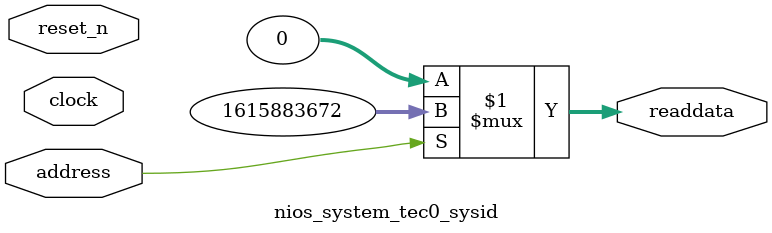
<source format=v>



// synthesis translate_off
`timescale 1ns / 1ps
// synthesis translate_on

// turn off superfluous verilog processor warnings 
// altera message_level Level1 
// altera message_off 10034 10035 10036 10037 10230 10240 10030 

module nios_system_tec0_sysid (
               // inputs:
                address,
                clock,
                reset_n,

               // outputs:
                readdata
             )
;

  output  [ 31: 0] readdata;
  input            address;
  input            clock;
  input            reset_n;

  wire    [ 31: 0] readdata;
  //control_slave, which is an e_avalon_slave
  assign readdata = address ? 1615883672 : 0;

endmodule



</source>
